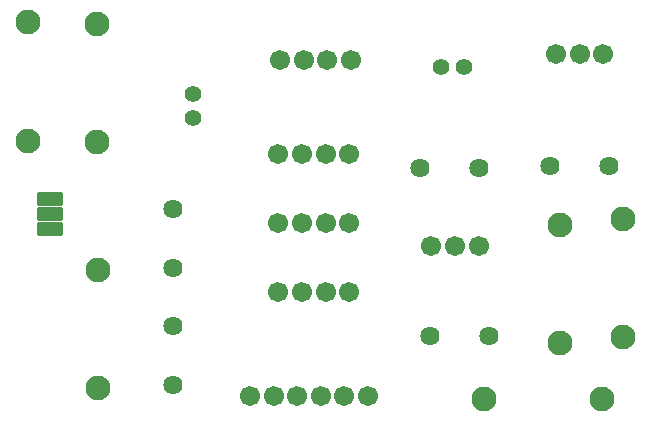
<source format=gts>
G04 Layer: TopSolderMaskLayer*
G04 EasyEDA v6.5.34, 2023-09-13 00:54:02*
G04 8d9e425805504cf3a60d87cb7ac09cbe,2c7f107921f9494b8657ce3d0c88cbd9,10*
G04 Gerber Generator version 0.2*
G04 Scale: 100 percent, Rotated: No, Reflected: No *
G04 Dimensions in millimeters *
G04 leading zeros omitted , absolute positions ,4 integer and 5 decimal *
%FSLAX45Y45*%
%MOMM*%

%AMMACRO1*1,1,$1,$2,$3*1,1,$1,$4,$5*1,1,$1,0-$2,0-$3*1,1,$1,0-$4,0-$5*20,1,$1,$2,$3,$4,$5,0*20,1,$1,$4,$5,0-$2,0-$3,0*20,1,$1,0-$2,0-$3,0-$4,0-$5,0*20,1,$1,0-$4,0-$5,$2,$3,0*4,1,4,$2,$3,$4,$5,0-$2,0-$3,0-$4,0-$5,$2,$3,0*%
%ADD10C,1.7016*%
%ADD11C,1.6256*%
%ADD12C,1.4016*%
%ADD13MACRO1,0.1016X-1.0103X0.501X1.0103X0.501*%
%ADD14C,2.1016*%

%LPD*%
D10*
G01*
X3200400Y14071600D03*
G01*
X3400399Y14071600D03*
G01*
X3600399Y14071600D03*
G01*
X3800398Y14071600D03*
G01*
X2946400Y11226800D03*
G01*
X3146399Y11226800D03*
G01*
X3346399Y11226800D03*
G01*
X3546398Y11226800D03*
G01*
X3746398Y11226800D03*
G01*
X3946397Y11226800D03*
D11*
G01*
X2298725Y11319687D03*
G01*
X2298725Y11819686D03*
D12*
G01*
X4561001Y14008100D03*
G01*
X4761001Y14008100D03*
D11*
G01*
X5490413Y13169900D03*
G01*
X5990412Y13169900D03*
G01*
X2298725Y12310287D03*
G01*
X2298725Y12810286D03*
G01*
X4385513Y13157200D03*
G01*
X4885512Y13157200D03*
G01*
X4474413Y11734800D03*
G01*
X4974412Y11734800D03*
D12*
G01*
X2463901Y13577900D03*
G01*
X2463901Y13777899D03*
D10*
G01*
X5537200Y14122400D03*
G01*
X5737199Y14122400D03*
G01*
X5937199Y14122400D03*
G01*
X4483100Y12496800D03*
G01*
X4683099Y12496800D03*
G01*
X4883099Y12496800D03*
D13*
G01*
X1257363Y12890563D03*
G01*
X1257363Y12763563D03*
G01*
X1257363Y12636563D03*
D14*
G01*
X5575300Y11671300D03*
G01*
X5575300Y12671297D03*
G01*
X1663700Y11290300D03*
G01*
X1663700Y12290297D03*
G01*
X1651000Y14376400D03*
G01*
X1651000Y13376402D03*
G01*
X6108700Y11722100D03*
G01*
X6108700Y12722097D03*
G01*
X1066800Y13385800D03*
G01*
X1066800Y14385797D03*
G01*
X5930900Y11201400D03*
G01*
X4930902Y11201400D03*
D10*
G01*
X3187700Y13271500D03*
G01*
X3387699Y13271500D03*
G01*
X3587699Y13271500D03*
G01*
X3787698Y13271500D03*
G01*
X3787698Y12687300D03*
G01*
X3587699Y12687300D03*
G01*
X3387699Y12687300D03*
G01*
X3187700Y12687300D03*
G01*
X3787698Y12103100D03*
G01*
X3587699Y12103100D03*
G01*
X3387699Y12103100D03*
G01*
X3187700Y12103100D03*
M02*

</source>
